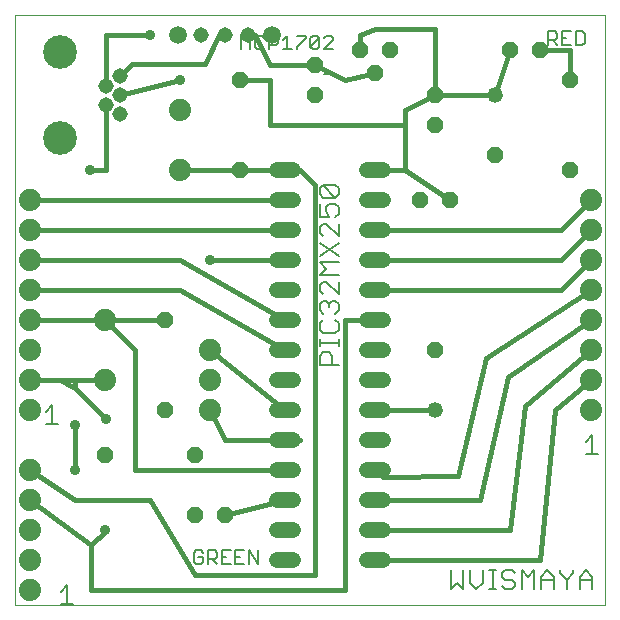
<source format=gtl>
G75*
%MOIN*%
%OFA0B0*%
%FSLAX25Y25*%
%IPPOS*%
%LPD*%
%AMOC8*
5,1,8,0,0,1.08239X$1,22.5*
%
%ADD10C,0.00000*%
%ADD11C,0.00600*%
%ADD12OC8,0.05200*%
%ADD13C,0.05200*%
%ADD14C,0.05150*%
%ADD15C,0.11220*%
%ADD16C,0.00500*%
%ADD17C,0.07400*%
%ADD18C,0.05200*%
%ADD19C,0.00700*%
%ADD20C,0.05937*%
%ADD21C,0.01600*%
%ADD22C,0.03562*%
D10*
X0001800Y0003333D02*
X0001800Y0200184D01*
X0198650Y0200184D01*
X0198650Y0003333D01*
X0001800Y0003333D01*
D11*
X0017100Y0003633D02*
X0021370Y0003633D01*
X0019235Y0003633D02*
X0019235Y0010039D01*
X0017100Y0007904D01*
X0016370Y0063633D02*
X0012100Y0063633D01*
X0014235Y0063633D02*
X0014235Y0070039D01*
X0012100Y0067904D01*
X0147100Y0015039D02*
X0147100Y0008633D01*
X0149235Y0010768D01*
X0151370Y0008633D01*
X0151370Y0015039D01*
X0153545Y0015039D02*
X0153545Y0010768D01*
X0155681Y0008633D01*
X0157816Y0010768D01*
X0157816Y0015039D01*
X0159991Y0015039D02*
X0162126Y0015039D01*
X0161059Y0015039D02*
X0161059Y0008633D01*
X0162126Y0008633D02*
X0159991Y0008633D01*
X0164288Y0009701D02*
X0165356Y0008633D01*
X0167491Y0008633D01*
X0168558Y0009701D01*
X0168558Y0010768D01*
X0167491Y0011836D01*
X0165356Y0011836D01*
X0164288Y0012904D01*
X0164288Y0013971D01*
X0165356Y0015039D01*
X0167491Y0015039D01*
X0168558Y0013971D01*
X0170733Y0015039D02*
X0172869Y0012904D01*
X0175004Y0015039D01*
X0175004Y0008633D01*
X0177179Y0008633D02*
X0177179Y0012904D01*
X0179314Y0015039D01*
X0181449Y0012904D01*
X0181449Y0008633D01*
X0181449Y0011836D02*
X0177179Y0011836D01*
X0170733Y0008633D02*
X0170733Y0015039D01*
X0183624Y0015039D02*
X0183624Y0013971D01*
X0185760Y0011836D01*
X0185760Y0008633D01*
X0185760Y0011836D02*
X0187895Y0013971D01*
X0187895Y0015039D01*
X0190070Y0012904D02*
X0192205Y0015039D01*
X0194340Y0012904D01*
X0194340Y0008633D01*
X0194340Y0011836D02*
X0190070Y0011836D01*
X0190070Y0012904D02*
X0190070Y0008633D01*
X0192100Y0053633D02*
X0196370Y0053633D01*
X0194235Y0053633D02*
X0194235Y0060039D01*
X0192100Y0057904D01*
D12*
X0141800Y0088333D03*
X0136800Y0138333D03*
X0146800Y0138333D03*
X0161800Y0153333D03*
X0141800Y0163333D03*
X0141800Y0173333D03*
X0126800Y0188333D03*
X0121800Y0180833D03*
X0116800Y0188333D03*
X0101800Y0183333D03*
X0101800Y0173333D03*
X0076800Y0178333D03*
X0076800Y0148333D03*
X0051800Y0098333D03*
X0051800Y0068333D03*
X0061800Y0053333D03*
X0061800Y0033333D03*
X0071800Y0033333D03*
X0031800Y0053333D03*
X0166800Y0188333D03*
X0176800Y0188333D03*
X0186800Y0178333D03*
X0186800Y0148333D03*
D13*
X0161800Y0173333D03*
X0141800Y0068333D03*
D14*
X0036879Y0167034D03*
X0032154Y0170184D03*
X0036879Y0173333D03*
X0032154Y0176483D03*
X0036879Y0179633D03*
X0063926Y0193333D03*
X0071800Y0193333D03*
X0079674Y0193333D03*
D15*
X0016800Y0187703D03*
X0016800Y0158963D03*
D16*
X0077322Y0188583D02*
X0077322Y0193087D01*
X0078824Y0191586D01*
X0080325Y0193087D01*
X0080325Y0188583D01*
X0081926Y0189334D02*
X0082677Y0188583D01*
X0084178Y0188583D01*
X0084929Y0189334D01*
X0086530Y0190085D02*
X0088782Y0190085D01*
X0089533Y0190835D01*
X0089533Y0192337D01*
X0088782Y0193087D01*
X0086530Y0193087D01*
X0086530Y0188583D01*
X0084929Y0192337D02*
X0084178Y0193087D01*
X0082677Y0193087D01*
X0081926Y0192337D01*
X0081926Y0189334D01*
X0091134Y0188583D02*
X0094137Y0188583D01*
X0092636Y0188583D02*
X0092636Y0193087D01*
X0091134Y0191586D01*
X0095738Y0193087D02*
X0098741Y0193087D01*
X0098741Y0192337D01*
X0095738Y0189334D01*
X0095738Y0188583D01*
X0100342Y0189334D02*
X0100342Y0192337D01*
X0101093Y0193087D01*
X0102594Y0193087D01*
X0103345Y0192337D01*
X0100342Y0189334D01*
X0101093Y0188583D01*
X0102594Y0188583D01*
X0103345Y0189334D01*
X0103345Y0192337D01*
X0104946Y0192337D02*
X0105697Y0193087D01*
X0107198Y0193087D01*
X0107949Y0192337D01*
X0107949Y0191586D01*
X0104946Y0188583D01*
X0107949Y0188583D01*
X0107949Y0180333D02*
X0104946Y0180333D01*
X0179550Y0190083D02*
X0179550Y0194587D01*
X0181802Y0194587D01*
X0182553Y0193837D01*
X0182553Y0192335D01*
X0181802Y0191585D01*
X0179550Y0191585D01*
X0181051Y0191585D02*
X0182553Y0190083D01*
X0184154Y0190083D02*
X0187156Y0190083D01*
X0188758Y0190083D02*
X0191010Y0190083D01*
X0191760Y0190834D01*
X0191760Y0193837D01*
X0191010Y0194587D01*
X0188758Y0194587D01*
X0188758Y0190083D01*
X0185655Y0192335D02*
X0184154Y0192335D01*
X0184154Y0194587D02*
X0184154Y0190083D01*
X0184154Y0194587D02*
X0187156Y0194587D01*
X0082949Y0021587D02*
X0082949Y0017083D01*
X0079946Y0021587D01*
X0079946Y0017083D01*
X0078345Y0017083D02*
X0075342Y0017083D01*
X0075342Y0021587D01*
X0078345Y0021587D01*
X0076843Y0019335D02*
X0075342Y0019335D01*
X0073741Y0017083D02*
X0070738Y0017083D01*
X0070738Y0021587D01*
X0073741Y0021587D01*
X0072239Y0019335D02*
X0070738Y0019335D01*
X0069137Y0019335D02*
X0069137Y0020837D01*
X0068386Y0021587D01*
X0066134Y0021587D01*
X0066134Y0017083D01*
X0066134Y0018585D02*
X0068386Y0018585D01*
X0069137Y0019335D01*
X0067636Y0018585D02*
X0069137Y0017083D01*
X0064533Y0017834D02*
X0064533Y0019335D01*
X0063032Y0019335D01*
X0064533Y0017834D02*
X0063782Y0017083D01*
X0062281Y0017083D01*
X0061530Y0017834D01*
X0061530Y0020837D01*
X0062281Y0021587D01*
X0063782Y0021587D01*
X0064533Y0020837D01*
D17*
X0066800Y0068333D03*
X0066800Y0068333D03*
X0066800Y0078333D03*
X0066800Y0088333D03*
X0031800Y0078333D03*
X0031800Y0098333D03*
X0006800Y0098333D03*
X0006800Y0088333D03*
X0006800Y0078333D03*
X0006800Y0068333D03*
X0006800Y0048333D03*
X0006800Y0038333D03*
X0006800Y0028333D03*
X0006800Y0018333D03*
X0006800Y0008333D03*
X0006800Y0108333D03*
X0006800Y0118333D03*
X0006800Y0128333D03*
X0006800Y0138333D03*
X0056800Y0148333D03*
X0056800Y0168333D03*
X0193800Y0138333D03*
X0193800Y0128333D03*
X0193800Y0118333D03*
X0193800Y0108333D03*
X0193800Y0098333D03*
X0193800Y0088333D03*
X0193800Y0078333D03*
X0193800Y0068333D03*
D18*
X0124400Y0068333D02*
X0119200Y0068333D01*
X0119200Y0058333D02*
X0124400Y0058333D01*
X0124400Y0048333D02*
X0119200Y0048333D01*
X0119200Y0038333D02*
X0124400Y0038333D01*
X0124400Y0028333D02*
X0119200Y0028333D01*
X0119200Y0018333D02*
X0124400Y0018333D01*
X0094400Y0018333D02*
X0089200Y0018333D01*
X0089200Y0028333D02*
X0094400Y0028333D01*
X0094400Y0038333D02*
X0089200Y0038333D01*
X0089200Y0048333D02*
X0094400Y0048333D01*
X0094400Y0058333D02*
X0089200Y0058333D01*
X0089200Y0068333D02*
X0094400Y0068333D01*
X0094400Y0078333D02*
X0089200Y0078333D01*
X0089200Y0088333D02*
X0094400Y0088333D01*
X0094400Y0098333D02*
X0089200Y0098333D01*
X0089200Y0108333D02*
X0094400Y0108333D01*
X0094400Y0118333D02*
X0089200Y0118333D01*
X0089200Y0128333D02*
X0094400Y0128333D01*
X0094400Y0138333D02*
X0089200Y0138333D01*
X0089200Y0148333D02*
X0094400Y0148333D01*
X0119200Y0148333D02*
X0124400Y0148333D01*
X0124400Y0138333D02*
X0119200Y0138333D01*
X0119200Y0128333D02*
X0124400Y0128333D01*
X0124400Y0118333D02*
X0119200Y0118333D01*
X0119200Y0108333D02*
X0124400Y0108333D01*
X0124400Y0098333D02*
X0119200Y0098333D01*
X0119200Y0088333D02*
X0124400Y0088333D01*
X0124400Y0078333D02*
X0119200Y0078333D01*
D19*
X0109750Y0083377D02*
X0103445Y0083377D01*
X0103445Y0086529D01*
X0104496Y0087580D01*
X0106597Y0087580D01*
X0107648Y0086529D01*
X0107648Y0083377D01*
X0109750Y0089822D02*
X0109750Y0091924D01*
X0109750Y0090873D02*
X0103445Y0090873D01*
X0103445Y0089822D02*
X0103445Y0091924D01*
X0104496Y0094119D02*
X0108699Y0094119D01*
X0109750Y0095170D01*
X0109750Y0097272D01*
X0108699Y0098323D01*
X0108699Y0100565D02*
X0109750Y0101616D01*
X0109750Y0103717D01*
X0108699Y0104768D01*
X0107648Y0104768D01*
X0106597Y0103717D01*
X0106597Y0102667D01*
X0106597Y0103717D02*
X0105546Y0104768D01*
X0104496Y0104768D01*
X0103445Y0103717D01*
X0103445Y0101616D01*
X0104496Y0100565D01*
X0104496Y0098323D02*
X0103445Y0097272D01*
X0103445Y0095170D01*
X0104496Y0094119D01*
X0104496Y0107010D02*
X0103445Y0108061D01*
X0103445Y0110163D01*
X0104496Y0111214D01*
X0105546Y0111214D01*
X0109750Y0107010D01*
X0109750Y0111214D01*
X0109750Y0113456D02*
X0103445Y0113456D01*
X0105546Y0115558D01*
X0103445Y0117659D01*
X0109750Y0117659D01*
X0109750Y0119901D02*
X0103445Y0124105D01*
X0104496Y0126347D02*
X0103445Y0127398D01*
X0103445Y0129499D01*
X0104496Y0130550D01*
X0105546Y0130550D01*
X0109750Y0126347D01*
X0109750Y0130550D01*
X0108699Y0132792D02*
X0109750Y0133843D01*
X0109750Y0135945D01*
X0108699Y0136996D01*
X0106597Y0136996D01*
X0105546Y0135945D01*
X0105546Y0134894D01*
X0106597Y0132792D01*
X0103445Y0132792D01*
X0103445Y0136996D01*
X0104496Y0139238D02*
X0103445Y0140289D01*
X0103445Y0142390D01*
X0104496Y0143441D01*
X0108699Y0139238D01*
X0109750Y0140289D01*
X0109750Y0142390D01*
X0108699Y0143441D01*
X0104496Y0143441D01*
X0104496Y0139238D02*
X0108699Y0139238D01*
X0109750Y0124105D02*
X0103445Y0119901D01*
D20*
X0087548Y0193333D03*
X0056052Y0193333D03*
D21*
X0046800Y0193333D02*
X0032154Y0193333D01*
X0032154Y0176483D01*
X0036879Y0179633D02*
X0041011Y0183765D01*
X0065262Y0183765D01*
X0069830Y0193333D01*
X0071800Y0193333D01*
X0079674Y0193333D02*
X0081800Y0193333D01*
X0086800Y0183333D01*
X0101800Y0183333D01*
X0111800Y0178333D01*
X0121800Y0180833D01*
X0116800Y0188333D02*
X0116800Y0193333D01*
X0121800Y0195384D01*
X0141800Y0195384D01*
X0141800Y0173333D01*
X0131800Y0168333D01*
X0131800Y0163333D01*
X0131800Y0148333D01*
X0146800Y0138333D01*
X0131800Y0148333D02*
X0121800Y0148333D01*
X0131800Y0163333D02*
X0086800Y0163333D01*
X0086800Y0178333D01*
X0076800Y0178333D01*
X0056800Y0178333D02*
X0036879Y0173333D01*
X0032154Y0170184D02*
X0032154Y0148333D01*
X0026800Y0148333D01*
X0006800Y0138333D02*
X0091800Y0138333D01*
X0091800Y0128333D02*
X0006800Y0128333D01*
X0006800Y0118333D02*
X0056800Y0118333D01*
X0091800Y0098333D01*
X0091800Y0088333D02*
X0056800Y0108333D01*
X0006800Y0108333D01*
X0006800Y0098333D02*
X0031800Y0098333D01*
X0041800Y0088333D01*
X0041800Y0048333D01*
X0091800Y0048333D01*
X0091800Y0058333D02*
X0096800Y0058333D01*
X0091800Y0058333D02*
X0071800Y0058333D01*
X0066800Y0068333D01*
X0066800Y0088333D02*
X0091800Y0068333D01*
X0091800Y0038333D02*
X0071800Y0033333D01*
X0061800Y0013333D02*
X0046800Y0038333D01*
X0021800Y0038333D01*
X0006800Y0048333D01*
X0006800Y0038333D02*
X0027100Y0023333D01*
X0032100Y0028033D01*
X0031800Y0028333D01*
X0027100Y0023333D02*
X0027100Y0008333D01*
X0111800Y0008333D01*
X0111800Y0098333D01*
X0121800Y0098333D01*
X0121800Y0108333D02*
X0183800Y0108333D01*
X0193800Y0118333D01*
X0193800Y0108333D02*
X0158800Y0085829D01*
X0149400Y0046429D01*
X0124400Y0045933D01*
X0121800Y0048333D01*
X0121800Y0038333D02*
X0156800Y0038333D01*
X0166248Y0079554D01*
X0193800Y0098333D01*
X0193800Y0088333D02*
X0171800Y0069831D01*
X0166800Y0028333D01*
X0121800Y0028333D01*
X0121800Y0018333D02*
X0176800Y0018333D01*
X0181800Y0068333D01*
X0193800Y0078333D01*
X0183800Y0118333D02*
X0193800Y0128333D01*
X0183800Y0128333D02*
X0193800Y0138333D01*
X0183800Y0128333D02*
X0121800Y0128333D01*
X0121800Y0118333D02*
X0183800Y0118333D01*
X0141800Y0068333D02*
X0121800Y0068333D01*
X0091800Y0118333D02*
X0066800Y0118333D01*
X0051800Y0098333D02*
X0031800Y0098333D01*
X0036800Y0098333D01*
X0031800Y0078333D02*
X0021800Y0078333D01*
X0021800Y0075829D01*
X0016800Y0078333D01*
X0021800Y0078333D01*
X0021800Y0075829D02*
X0032100Y0065529D01*
X0021800Y0063333D02*
X0021800Y0048333D01*
X0016800Y0078333D02*
X0006800Y0078333D01*
X0061800Y0013333D02*
X0101800Y0013333D01*
X0101800Y0143333D01*
X0096800Y0148333D01*
X0091800Y0148333D01*
X0076800Y0148333D01*
X0056800Y0148333D01*
X0141800Y0173333D02*
X0161800Y0173333D01*
X0166800Y0188333D01*
X0176800Y0188333D02*
X0186800Y0188333D01*
X0186800Y0178333D01*
D22*
X0066800Y0118333D03*
X0026800Y0148333D03*
X0056800Y0178333D03*
X0046800Y0193333D03*
X0032100Y0065529D03*
X0021800Y0063333D03*
X0021800Y0048333D03*
X0031800Y0028333D03*
M02*

</source>
